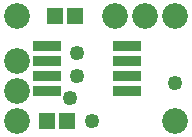
<source format=gts>
G04 MADE WITH FRITZING*
G04 WWW.FRITZING.ORG*
G04 DOUBLE SIDED*
G04 HOLES PLATED*
G04 CONTOUR ON CENTER OF CONTOUR VECTOR*
%ASAXBY*%
%FSLAX23Y23*%
%MOIN*%
%OFA0B0*%
%SFA1.0B1.0*%
%ADD10C,0.049370*%
%ADD11C,0.085433*%
%ADD12R,0.097000X0.034000*%
%ADD13R,0.057244X0.053307*%
%LNMASK1*%
G90*
G70*
G54D10*
X313Y62D03*
X239Y137D03*
X588Y187D03*
G54D11*
X64Y62D03*
X64Y162D03*
X64Y262D03*
X588Y411D03*
X588Y62D03*
X488Y411D03*
X388Y411D03*
X64Y411D03*
G54D10*
X264Y287D03*
X264Y212D03*
G54D12*
X164Y312D03*
X164Y262D03*
X164Y212D03*
X164Y162D03*
X429Y162D03*
X429Y212D03*
X429Y262D03*
X429Y312D03*
G54D13*
X164Y62D03*
X231Y62D03*
X189Y411D03*
X256Y411D03*
G04 End of Mask1*
M02*
</source>
